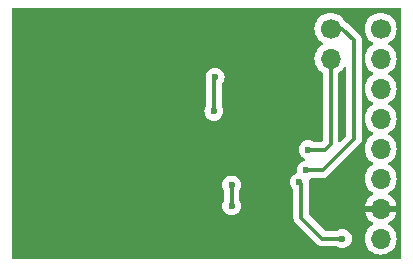
<source format=gbl>
G04 #@! TF.GenerationSoftware,KiCad,Pcbnew,8.0.5*
G04 #@! TF.CreationDate,2024-10-05T11:22:00+02:00*
G04 #@! TF.ProjectId,DRV2605-breakout,44525632-3630-4352-9d62-7265616b6f75,rev?*
G04 #@! TF.SameCoordinates,Original*
G04 #@! TF.FileFunction,Copper,L2,Bot*
G04 #@! TF.FilePolarity,Positive*
%FSLAX46Y46*%
G04 Gerber Fmt 4.6, Leading zero omitted, Abs format (unit mm)*
G04 Created by KiCad (PCBNEW 8.0.5) date 2024-10-05 11:22:00*
%MOMM*%
%LPD*%
G01*
G04 APERTURE LIST*
G04 #@! TA.AperFunction,ComponentPad*
%ADD10C,1.700000*%
G04 #@! TD*
G04 #@! TA.AperFunction,ComponentPad*
%ADD11O,1.700000X1.700000*%
G04 #@! TD*
G04 #@! TA.AperFunction,ViaPad*
%ADD12C,0.600000*%
G04 #@! TD*
G04 #@! TA.AperFunction,Conductor*
%ADD13C,0.300000*%
G04 #@! TD*
G04 APERTURE END LIST*
D10*
X133000000Y-66000000D03*
D11*
X133000000Y-68540000D03*
X133000000Y-71080000D03*
X133000000Y-73620000D03*
X133000000Y-76160000D03*
X133000000Y-78700000D03*
X133000000Y-81240000D03*
X133000000Y-83780000D03*
D10*
X128750000Y-66000000D03*
D11*
X128750000Y-68540000D03*
D12*
X122759140Y-75770733D03*
X129750000Y-73750000D03*
X127250000Y-73750000D03*
X130000000Y-77500000D03*
X130500000Y-79750000D03*
X120375000Y-79250000D03*
X120375000Y-81000000D03*
X129750000Y-83780000D03*
X126125000Y-79000000D03*
X118974659Y-70112607D03*
X118875000Y-73000000D03*
X130750000Y-82000000D03*
X123625000Y-77500000D03*
X126875000Y-76250000D03*
X126705761Y-78000000D03*
D13*
X118974659Y-70112607D02*
X118875000Y-70212266D01*
X118875000Y-70212266D02*
X118875000Y-73000000D01*
X126125000Y-79000000D02*
X126250000Y-79125000D01*
X126250000Y-79125000D02*
X126250000Y-82000000D01*
X126250000Y-82000000D02*
X128030000Y-83780000D01*
X128030000Y-83780000D02*
X129750000Y-83780000D01*
X128250000Y-76250000D02*
X126875000Y-76250000D01*
X128080761Y-78000000D02*
X126705761Y-78000000D01*
X120375000Y-79250000D02*
X120375000Y-81000000D01*
X128250000Y-76250000D02*
X128750000Y-75750000D01*
X128750000Y-75750000D02*
X128750000Y-68540000D01*
X128080761Y-78000000D02*
X130750000Y-75330761D01*
X130750000Y-75330761D02*
X130750000Y-67000000D01*
X130750000Y-67000000D02*
X129750000Y-66000000D01*
X129750000Y-66000000D02*
X128750000Y-66000000D01*
G04 #@! TA.AperFunction,Conductor*
G36*
X130060355Y-69270098D02*
G01*
X130095769Y-69330327D01*
X130099500Y-69360517D01*
X130099500Y-75009953D01*
X130079815Y-75076992D01*
X130063181Y-75097634D01*
X129612181Y-75548634D01*
X129550858Y-75582119D01*
X129481166Y-75577135D01*
X129425233Y-75535263D01*
X129400816Y-75469799D01*
X129400500Y-75460953D01*
X129400500Y-69797722D01*
X129420185Y-69730683D01*
X129453377Y-69696147D01*
X129504429Y-69660399D01*
X129621401Y-69578495D01*
X129788495Y-69411401D01*
X129873925Y-69289393D01*
X129928502Y-69245769D01*
X129998000Y-69238575D01*
X130060355Y-69270098D01*
G37*
G04 #@! TD.AperFunction*
G04 #@! TA.AperFunction,Conductor*
G36*
X134692539Y-64270185D02*
G01*
X134738294Y-64322989D01*
X134749500Y-64374500D01*
X134749500Y-85375500D01*
X134729815Y-85442539D01*
X134677011Y-85488294D01*
X134625500Y-85499500D01*
X101874500Y-85499500D01*
X101807461Y-85479815D01*
X101761706Y-85427011D01*
X101750500Y-85375500D01*
X101750500Y-79249996D01*
X119569435Y-79249996D01*
X119569435Y-79250003D01*
X119589630Y-79429249D01*
X119589631Y-79429254D01*
X119649211Y-79599524D01*
X119705493Y-79689094D01*
X119724500Y-79755067D01*
X119724500Y-80494931D01*
X119705494Y-80560903D01*
X119649211Y-80650477D01*
X119649209Y-80650481D01*
X119589633Y-80820737D01*
X119589630Y-80820750D01*
X119569435Y-80999996D01*
X119569435Y-81000003D01*
X119589630Y-81179249D01*
X119589631Y-81179254D01*
X119649211Y-81349523D01*
X119701659Y-81432993D01*
X119745184Y-81502262D01*
X119872738Y-81629816D01*
X119951319Y-81679192D01*
X119993864Y-81705925D01*
X120025478Y-81725789D01*
X120195745Y-81785368D01*
X120195750Y-81785369D01*
X120374996Y-81805565D01*
X120375000Y-81805565D01*
X120375004Y-81805565D01*
X120554249Y-81785369D01*
X120554252Y-81785368D01*
X120554255Y-81785368D01*
X120724522Y-81725789D01*
X120877262Y-81629816D01*
X121004816Y-81502262D01*
X121100789Y-81349522D01*
X121160368Y-81179255D01*
X121160369Y-81179249D01*
X121180565Y-81000003D01*
X121180565Y-80999996D01*
X121160369Y-80820750D01*
X121160366Y-80820737D01*
X121100790Y-80650481D01*
X121100789Y-80650478D01*
X121045459Y-80562420D01*
X121044506Y-80560903D01*
X121025500Y-80494931D01*
X121025500Y-79755067D01*
X121044507Y-79689094D01*
X121100788Y-79599524D01*
X121100789Y-79599522D01*
X121160368Y-79429255D01*
X121180565Y-79250000D01*
X121178145Y-79228523D01*
X121160369Y-79070750D01*
X121160368Y-79070745D01*
X121135612Y-78999996D01*
X125319435Y-78999996D01*
X125319435Y-79000003D01*
X125339630Y-79179249D01*
X125339631Y-79179254D01*
X125399211Y-79349523D01*
X125495184Y-79502262D01*
X125563181Y-79570259D01*
X125596666Y-79631582D01*
X125599500Y-79657940D01*
X125599500Y-82064069D01*
X125599500Y-82064071D01*
X125599499Y-82064071D01*
X125624497Y-82189738D01*
X125624499Y-82189744D01*
X125673535Y-82308127D01*
X125744723Y-82414669D01*
X125744726Y-82414673D01*
X125744727Y-82414674D01*
X127524724Y-84194669D01*
X127573710Y-84243655D01*
X127615332Y-84285277D01*
X127721866Y-84356461D01*
X127721872Y-84356464D01*
X127721873Y-84356465D01*
X127840256Y-84405501D01*
X127840260Y-84405501D01*
X127840261Y-84405502D01*
X127965928Y-84430500D01*
X127965931Y-84430500D01*
X129244932Y-84430500D01*
X129310904Y-84449506D01*
X129400477Y-84505789D01*
X129400481Y-84505790D01*
X129570737Y-84565366D01*
X129570743Y-84565367D01*
X129570745Y-84565368D01*
X129570746Y-84565368D01*
X129570750Y-84565369D01*
X129749996Y-84585565D01*
X129750000Y-84585565D01*
X129750004Y-84585565D01*
X129929249Y-84565369D01*
X129929252Y-84565368D01*
X129929255Y-84565368D01*
X130099522Y-84505789D01*
X130252262Y-84409816D01*
X130379816Y-84282262D01*
X130475789Y-84129522D01*
X130535368Y-83959255D01*
X130555565Y-83780000D01*
X130535368Y-83600745D01*
X130475789Y-83430478D01*
X130379816Y-83277738D01*
X130252262Y-83150184D01*
X130189096Y-83110494D01*
X130099523Y-83054211D01*
X129929254Y-82994631D01*
X129929249Y-82994630D01*
X129750004Y-82974435D01*
X129749996Y-82974435D01*
X129570750Y-82994630D01*
X129570737Y-82994633D01*
X129400481Y-83054209D01*
X129400477Y-83054210D01*
X129310904Y-83110494D01*
X129244932Y-83129500D01*
X128350807Y-83129500D01*
X128283768Y-83109815D01*
X128263126Y-83093181D01*
X126936819Y-81766873D01*
X126903334Y-81705550D01*
X126900500Y-81679192D01*
X126900500Y-79228523D01*
X126907459Y-79187567D01*
X126910368Y-79179255D01*
X126912126Y-79163655D01*
X126930565Y-79000003D01*
X126930565Y-78999997D01*
X126916643Y-78876440D01*
X126928697Y-78807618D01*
X126976046Y-78756239D01*
X126998906Y-78745515D01*
X127055283Y-78725789D01*
X127144857Y-78669505D01*
X127210829Y-78650500D01*
X128144832Y-78650500D01*
X128229376Y-78633682D01*
X128270505Y-78625501D01*
X128388888Y-78576465D01*
X128398752Y-78569873D01*
X128405344Y-78565470D01*
X128467093Y-78524211D01*
X128495430Y-78505277D01*
X131255277Y-75745430D01*
X131326465Y-75638888D01*
X131375501Y-75520505D01*
X131386615Y-75464632D01*
X131400500Y-75394830D01*
X131400500Y-73672949D01*
X131416718Y-73617714D01*
X131402931Y-73591482D01*
X131400500Y-73567050D01*
X131400500Y-71132949D01*
X131416718Y-71077714D01*
X131402931Y-71051482D01*
X131400500Y-71027050D01*
X131400500Y-68592949D01*
X131416148Y-68539654D01*
X131631678Y-68539654D01*
X131643477Y-68558014D01*
X131648028Y-68582141D01*
X131664936Y-68775403D01*
X131664938Y-68775413D01*
X131726094Y-69003655D01*
X131726096Y-69003659D01*
X131726097Y-69003663D01*
X131825965Y-69217830D01*
X131825967Y-69217834D01*
X131902573Y-69327238D01*
X131961501Y-69411396D01*
X131961506Y-69411402D01*
X132128597Y-69578493D01*
X132128603Y-69578498D01*
X132314158Y-69708425D01*
X132357783Y-69763002D01*
X132364977Y-69832500D01*
X132333454Y-69894855D01*
X132314158Y-69911575D01*
X132128597Y-70041505D01*
X131961505Y-70208597D01*
X131825965Y-70402169D01*
X131825964Y-70402171D01*
X131726098Y-70616335D01*
X131726094Y-70616344D01*
X131664938Y-70844586D01*
X131664936Y-70844596D01*
X131648028Y-71037858D01*
X131631678Y-71079654D01*
X131643477Y-71098014D01*
X131648028Y-71122141D01*
X131664936Y-71315403D01*
X131664938Y-71315413D01*
X131726094Y-71543655D01*
X131726096Y-71543659D01*
X131726097Y-71543663D01*
X131825965Y-71757830D01*
X131825967Y-71757834D01*
X131961501Y-71951395D01*
X131961506Y-71951402D01*
X132128597Y-72118493D01*
X132128603Y-72118498D01*
X132314158Y-72248425D01*
X132357783Y-72303002D01*
X132364977Y-72372500D01*
X132333454Y-72434855D01*
X132314158Y-72451575D01*
X132128597Y-72581505D01*
X131961505Y-72748597D01*
X131825965Y-72942169D01*
X131825964Y-72942171D01*
X131726098Y-73156335D01*
X131726094Y-73156344D01*
X131664938Y-73384586D01*
X131664936Y-73384596D01*
X131648028Y-73577858D01*
X131631678Y-73619654D01*
X131643477Y-73638014D01*
X131648028Y-73662141D01*
X131664936Y-73855403D01*
X131664938Y-73855413D01*
X131726094Y-74083655D01*
X131726096Y-74083659D01*
X131726097Y-74083663D01*
X131825965Y-74297830D01*
X131825967Y-74297834D01*
X131961501Y-74491395D01*
X131961506Y-74491402D01*
X132128597Y-74658493D01*
X132128603Y-74658498D01*
X132314158Y-74788425D01*
X132357783Y-74843002D01*
X132364977Y-74912500D01*
X132333454Y-74974855D01*
X132314158Y-74991575D01*
X132128597Y-75121505D01*
X131961505Y-75288597D01*
X131825965Y-75482169D01*
X131825964Y-75482171D01*
X131726098Y-75696335D01*
X131726094Y-75696344D01*
X131664938Y-75924586D01*
X131664936Y-75924596D01*
X131644341Y-76159999D01*
X131644341Y-76160000D01*
X131664936Y-76395403D01*
X131664938Y-76395413D01*
X131726094Y-76623655D01*
X131726096Y-76623659D01*
X131726097Y-76623663D01*
X131786064Y-76752262D01*
X131825965Y-76837830D01*
X131825967Y-76837834D01*
X131961501Y-77031395D01*
X131961506Y-77031402D01*
X132128597Y-77198493D01*
X132128603Y-77198498D01*
X132314158Y-77328425D01*
X132357783Y-77383002D01*
X132364977Y-77452500D01*
X132333454Y-77514855D01*
X132314158Y-77531575D01*
X132128597Y-77661505D01*
X131961505Y-77828597D01*
X131825965Y-78022169D01*
X131825964Y-78022171D01*
X131726098Y-78236335D01*
X131726094Y-78236344D01*
X131664938Y-78464586D01*
X131664936Y-78464596D01*
X131644341Y-78699999D01*
X131644341Y-78700000D01*
X131664936Y-78935403D01*
X131664938Y-78935413D01*
X131726094Y-79163655D01*
X131726096Y-79163659D01*
X131726097Y-79163663D01*
X131733368Y-79179255D01*
X131825965Y-79377830D01*
X131825967Y-79377834D01*
X131861973Y-79429255D01*
X131960705Y-79570259D01*
X131961501Y-79571395D01*
X131961506Y-79571402D01*
X132128597Y-79738493D01*
X132128603Y-79738498D01*
X132314594Y-79868730D01*
X132358219Y-79923307D01*
X132365413Y-79992805D01*
X132333890Y-80055160D01*
X132314595Y-80071880D01*
X132128922Y-80201890D01*
X132128920Y-80201891D01*
X131961891Y-80368920D01*
X131961886Y-80368926D01*
X131826400Y-80562420D01*
X131826399Y-80562422D01*
X131726570Y-80776507D01*
X131726567Y-80776513D01*
X131669364Y-80989999D01*
X131669364Y-80990000D01*
X132566988Y-80990000D01*
X132534075Y-81047007D01*
X132500000Y-81174174D01*
X132500000Y-81305826D01*
X132534075Y-81432993D01*
X132566988Y-81490000D01*
X131669364Y-81490000D01*
X131726567Y-81703486D01*
X131726570Y-81703492D01*
X131826399Y-81917578D01*
X131961894Y-82111082D01*
X132128917Y-82278105D01*
X132314595Y-82408119D01*
X132358219Y-82462696D01*
X132365412Y-82532195D01*
X132333890Y-82594549D01*
X132314595Y-82611269D01*
X132128594Y-82741508D01*
X131961505Y-82908597D01*
X131825965Y-83102169D01*
X131825964Y-83102171D01*
X131726098Y-83316335D01*
X131726094Y-83316344D01*
X131664938Y-83544586D01*
X131664936Y-83544596D01*
X131644341Y-83779999D01*
X131644341Y-83780000D01*
X131664936Y-84015403D01*
X131664938Y-84015413D01*
X131726094Y-84243655D01*
X131726096Y-84243659D01*
X131726097Y-84243663D01*
X131744096Y-84282262D01*
X131825965Y-84457830D01*
X131825967Y-84457834D01*
X131915406Y-84585565D01*
X131961505Y-84651401D01*
X132128599Y-84818495D01*
X132225384Y-84886265D01*
X132322165Y-84954032D01*
X132322167Y-84954033D01*
X132322170Y-84954035D01*
X132536337Y-85053903D01*
X132764592Y-85115063D01*
X132952918Y-85131539D01*
X132999999Y-85135659D01*
X133000000Y-85135659D01*
X133000001Y-85135659D01*
X133039234Y-85132226D01*
X133235408Y-85115063D01*
X133463663Y-85053903D01*
X133677830Y-84954035D01*
X133871401Y-84818495D01*
X134038495Y-84651401D01*
X134174035Y-84457830D01*
X134273903Y-84243663D01*
X134335063Y-84015408D01*
X134355659Y-83780000D01*
X134335063Y-83544592D01*
X134273903Y-83316337D01*
X134174035Y-83102171D01*
X134167741Y-83093181D01*
X134038494Y-82908597D01*
X133871402Y-82741506D01*
X133871401Y-82741505D01*
X133685405Y-82611269D01*
X133641781Y-82556692D01*
X133634588Y-82487193D01*
X133666110Y-82424839D01*
X133685405Y-82408119D01*
X133871082Y-82278105D01*
X134038105Y-82111082D01*
X134173600Y-81917578D01*
X134273429Y-81703492D01*
X134273432Y-81703486D01*
X134330636Y-81490000D01*
X133433012Y-81490000D01*
X133465925Y-81432993D01*
X133500000Y-81305826D01*
X133500000Y-81174174D01*
X133465925Y-81047007D01*
X133433012Y-80990000D01*
X134330636Y-80990000D01*
X134330635Y-80989999D01*
X134273432Y-80776513D01*
X134273429Y-80776507D01*
X134173600Y-80562422D01*
X134173599Y-80562420D01*
X134038113Y-80368926D01*
X134038108Y-80368920D01*
X133871078Y-80201890D01*
X133685405Y-80071879D01*
X133641780Y-80017302D01*
X133634588Y-79947804D01*
X133666110Y-79885449D01*
X133685406Y-79868730D01*
X133871401Y-79738495D01*
X134038495Y-79571401D01*
X134174035Y-79377830D01*
X134273903Y-79163663D01*
X134335063Y-78935408D01*
X134355659Y-78700000D01*
X134335063Y-78464592D01*
X134273903Y-78236337D01*
X134174035Y-78022171D01*
X134038495Y-77828599D01*
X134038494Y-77828597D01*
X133871402Y-77661506D01*
X133871396Y-77661501D01*
X133685842Y-77531575D01*
X133642217Y-77476998D01*
X133635023Y-77407500D01*
X133666546Y-77345145D01*
X133685842Y-77328425D01*
X133766926Y-77271649D01*
X133871401Y-77198495D01*
X134038495Y-77031401D01*
X134174035Y-76837830D01*
X134273903Y-76623663D01*
X134335063Y-76395408D01*
X134355659Y-76160000D01*
X134335063Y-75924592D01*
X134273903Y-75696337D01*
X134174035Y-75482171D01*
X134161755Y-75464632D01*
X134038494Y-75288597D01*
X133871402Y-75121506D01*
X133871396Y-75121501D01*
X133685842Y-74991575D01*
X133642217Y-74936998D01*
X133635023Y-74867500D01*
X133666546Y-74805145D01*
X133685842Y-74788425D01*
X133708026Y-74772891D01*
X133871401Y-74658495D01*
X134038495Y-74491401D01*
X134174035Y-74297830D01*
X134273903Y-74083663D01*
X134335063Y-73855408D01*
X134355659Y-73620000D01*
X134335063Y-73384592D01*
X134273903Y-73156337D01*
X134174035Y-72942171D01*
X134089016Y-72820750D01*
X134038494Y-72748597D01*
X133871402Y-72581506D01*
X133871396Y-72581501D01*
X133685842Y-72451575D01*
X133642217Y-72396998D01*
X133635023Y-72327500D01*
X133666546Y-72265145D01*
X133685842Y-72248425D01*
X133708026Y-72232891D01*
X133871401Y-72118495D01*
X134038495Y-71951401D01*
X134174035Y-71757830D01*
X134273903Y-71543663D01*
X134335063Y-71315408D01*
X134355659Y-71080000D01*
X134335063Y-70844592D01*
X134273903Y-70616337D01*
X134174035Y-70402171D01*
X134167252Y-70392483D01*
X134038494Y-70208597D01*
X133871402Y-70041506D01*
X133871396Y-70041501D01*
X133685842Y-69911575D01*
X133642217Y-69856998D01*
X133635023Y-69787500D01*
X133666546Y-69725145D01*
X133685842Y-69708425D01*
X133708026Y-69692891D01*
X133871401Y-69578495D01*
X134038495Y-69411401D01*
X134174035Y-69217830D01*
X134273903Y-69003663D01*
X134335063Y-68775408D01*
X134355659Y-68540000D01*
X134335063Y-68304592D01*
X134273903Y-68076337D01*
X134174035Y-67862171D01*
X134160066Y-67842220D01*
X134038494Y-67668597D01*
X133871402Y-67501506D01*
X133871396Y-67501501D01*
X133685842Y-67371575D01*
X133642217Y-67316998D01*
X133635023Y-67247500D01*
X133666546Y-67185145D01*
X133685842Y-67168425D01*
X133708026Y-67152891D01*
X133871401Y-67038495D01*
X134038495Y-66871401D01*
X134174035Y-66677830D01*
X134273903Y-66463663D01*
X134335063Y-66235408D01*
X134355659Y-66000000D01*
X134335063Y-65764592D01*
X134273903Y-65536337D01*
X134174035Y-65322171D01*
X134038495Y-65128599D01*
X134038494Y-65128597D01*
X133871402Y-64961506D01*
X133871395Y-64961501D01*
X133677834Y-64825967D01*
X133677830Y-64825965D01*
X133677828Y-64825964D01*
X133463663Y-64726097D01*
X133463659Y-64726096D01*
X133463655Y-64726094D01*
X133235413Y-64664938D01*
X133235403Y-64664936D01*
X133000001Y-64644341D01*
X132999999Y-64644341D01*
X132764596Y-64664936D01*
X132764586Y-64664938D01*
X132536344Y-64726094D01*
X132536335Y-64726098D01*
X132322171Y-64825964D01*
X132322169Y-64825965D01*
X132128597Y-64961505D01*
X131961505Y-65128597D01*
X131825965Y-65322169D01*
X131825964Y-65322171D01*
X131726098Y-65536335D01*
X131726094Y-65536344D01*
X131664938Y-65764586D01*
X131664936Y-65764596D01*
X131644341Y-65999999D01*
X131644341Y-66000000D01*
X131664936Y-66235403D01*
X131664938Y-66235413D01*
X131726094Y-66463655D01*
X131726096Y-66463659D01*
X131726097Y-66463663D01*
X131825965Y-66677830D01*
X131825967Y-66677834D01*
X131961501Y-66871395D01*
X131961506Y-66871402D01*
X132128597Y-67038493D01*
X132128603Y-67038498D01*
X132314158Y-67168425D01*
X132357783Y-67223002D01*
X132364977Y-67292500D01*
X132333454Y-67354855D01*
X132314158Y-67371575D01*
X132128597Y-67501505D01*
X131961505Y-67668597D01*
X131825965Y-67862169D01*
X131825964Y-67862171D01*
X131726098Y-68076335D01*
X131726094Y-68076344D01*
X131664938Y-68304586D01*
X131664936Y-68304596D01*
X131648028Y-68497858D01*
X131631678Y-68539654D01*
X131416148Y-68539654D01*
X131416718Y-68537714D01*
X131402931Y-68511482D01*
X131400500Y-68487050D01*
X131400500Y-66935928D01*
X131375502Y-66810260D01*
X131375500Y-66810254D01*
X131355189Y-66761221D01*
X131355187Y-66761216D01*
X131326468Y-66691878D01*
X131326462Y-66691868D01*
X131255278Y-66585332D01*
X131255272Y-66585325D01*
X130164673Y-65494726D01*
X130058124Y-65423533D01*
X129995067Y-65397414D01*
X129940663Y-65353572D01*
X129930137Y-65335256D01*
X129924037Y-65322175D01*
X129924036Y-65322174D01*
X129924035Y-65322171D01*
X129788495Y-65128599D01*
X129788494Y-65128597D01*
X129621402Y-64961506D01*
X129621395Y-64961501D01*
X129427834Y-64825967D01*
X129427830Y-64825965D01*
X129427828Y-64825964D01*
X129213663Y-64726097D01*
X129213659Y-64726096D01*
X129213655Y-64726094D01*
X128985413Y-64664938D01*
X128985403Y-64664936D01*
X128750001Y-64644341D01*
X128749999Y-64644341D01*
X128514596Y-64664936D01*
X128514586Y-64664938D01*
X128286344Y-64726094D01*
X128286335Y-64726098D01*
X128072171Y-64825964D01*
X128072169Y-64825965D01*
X127878597Y-64961505D01*
X127711505Y-65128597D01*
X127575965Y-65322169D01*
X127575964Y-65322171D01*
X127476098Y-65536335D01*
X127476094Y-65536344D01*
X127414938Y-65764586D01*
X127414936Y-65764596D01*
X127394341Y-65999999D01*
X127394341Y-66000000D01*
X127414936Y-66235403D01*
X127414938Y-66235413D01*
X127476094Y-66463655D01*
X127476096Y-66463659D01*
X127476097Y-66463663D01*
X127575965Y-66677830D01*
X127575967Y-66677834D01*
X127711501Y-66871395D01*
X127711506Y-66871402D01*
X127878597Y-67038493D01*
X127878603Y-67038498D01*
X128064158Y-67168425D01*
X128107783Y-67223002D01*
X128114977Y-67292500D01*
X128083454Y-67354855D01*
X128064158Y-67371575D01*
X127878597Y-67501505D01*
X127711505Y-67668597D01*
X127575965Y-67862169D01*
X127575964Y-67862171D01*
X127476098Y-68076335D01*
X127476094Y-68076344D01*
X127414938Y-68304586D01*
X127414936Y-68304596D01*
X127394341Y-68539999D01*
X127394341Y-68540000D01*
X127414936Y-68775403D01*
X127414938Y-68775413D01*
X127476094Y-69003655D01*
X127476096Y-69003659D01*
X127476097Y-69003663D01*
X127575965Y-69217830D01*
X127575967Y-69217834D01*
X127652573Y-69327238D01*
X127711501Y-69411396D01*
X127711506Y-69411402D01*
X127878597Y-69578493D01*
X127878603Y-69578498D01*
X128046623Y-69696147D01*
X128090248Y-69750724D01*
X128099500Y-69797722D01*
X128099500Y-75429192D01*
X128079815Y-75496231D01*
X128063181Y-75516873D01*
X128016873Y-75563181D01*
X127955550Y-75596666D01*
X127929192Y-75599500D01*
X127380068Y-75599500D01*
X127314096Y-75580494D01*
X127224522Y-75524210D01*
X127224518Y-75524209D01*
X127054262Y-75464633D01*
X127054249Y-75464630D01*
X126875004Y-75444435D01*
X126874996Y-75444435D01*
X126695750Y-75464630D01*
X126695745Y-75464631D01*
X126525476Y-75524211D01*
X126372737Y-75620184D01*
X126245184Y-75747737D01*
X126149211Y-75900476D01*
X126089631Y-76070745D01*
X126089630Y-76070750D01*
X126069435Y-76249996D01*
X126069435Y-76250003D01*
X126089630Y-76429249D01*
X126089631Y-76429254D01*
X126149211Y-76599523D01*
X126164380Y-76623664D01*
X126245184Y-76752262D01*
X126372738Y-76879816D01*
X126525478Y-76975789D01*
X126528799Y-76976951D01*
X126532790Y-76978348D01*
X126589566Y-77019068D01*
X126615315Y-77084021D01*
X126601860Y-77152583D01*
X126553473Y-77202986D01*
X126532792Y-77212431D01*
X126356241Y-77274209D01*
X126203498Y-77370184D01*
X126075945Y-77497737D01*
X125979972Y-77650476D01*
X125920392Y-77820745D01*
X125920391Y-77820750D01*
X125900196Y-77999996D01*
X125900196Y-78000003D01*
X125914117Y-78123560D01*
X125902062Y-78192382D01*
X125854713Y-78243761D01*
X125831851Y-78254485D01*
X125775478Y-78274210D01*
X125622737Y-78370184D01*
X125495184Y-78497737D01*
X125399211Y-78650476D01*
X125339631Y-78820745D01*
X125339630Y-78820750D01*
X125319435Y-78999996D01*
X121135612Y-78999996D01*
X121113013Y-78935413D01*
X121100789Y-78900478D01*
X121004816Y-78747738D01*
X120877262Y-78620184D01*
X120807684Y-78576465D01*
X120724523Y-78524211D01*
X120554254Y-78464631D01*
X120554249Y-78464630D01*
X120375004Y-78444435D01*
X120374996Y-78444435D01*
X120195750Y-78464630D01*
X120195745Y-78464631D01*
X120025476Y-78524211D01*
X119872737Y-78620184D01*
X119745184Y-78747737D01*
X119649211Y-78900476D01*
X119589631Y-79070745D01*
X119589630Y-79070750D01*
X119569435Y-79249996D01*
X101750500Y-79249996D01*
X101750500Y-72999996D01*
X118069435Y-72999996D01*
X118069435Y-73000003D01*
X118089630Y-73179249D01*
X118089631Y-73179254D01*
X118149211Y-73349523D01*
X118171249Y-73384596D01*
X118245184Y-73502262D01*
X118372738Y-73629816D01*
X118525478Y-73725789D01*
X118695745Y-73785368D01*
X118695750Y-73785369D01*
X118874996Y-73805565D01*
X118875000Y-73805565D01*
X118875004Y-73805565D01*
X119054249Y-73785369D01*
X119054252Y-73785368D01*
X119054255Y-73785368D01*
X119224522Y-73725789D01*
X119377262Y-73629816D01*
X119504816Y-73502262D01*
X119600789Y-73349522D01*
X119660368Y-73179255D01*
X119660369Y-73179249D01*
X119680565Y-73000003D01*
X119680565Y-72999996D01*
X119660369Y-72820750D01*
X119660366Y-72820737D01*
X119600790Y-72650481D01*
X119600789Y-72650478D01*
X119557451Y-72581506D01*
X119544506Y-72560903D01*
X119525500Y-72494931D01*
X119525500Y-70745206D01*
X119545185Y-70678167D01*
X119561819Y-70657525D01*
X119604475Y-70614869D01*
X119700448Y-70462129D01*
X119760027Y-70291862D01*
X119760028Y-70291853D01*
X119780224Y-70112610D01*
X119780224Y-70112603D01*
X119760028Y-69933357D01*
X119760027Y-69933352D01*
X119746556Y-69894855D01*
X119700448Y-69763085D01*
X119680088Y-69730683D01*
X119604474Y-69610344D01*
X119476921Y-69482791D01*
X119324182Y-69386818D01*
X119153913Y-69327238D01*
X119153908Y-69327237D01*
X118974663Y-69307042D01*
X118974655Y-69307042D01*
X118795409Y-69327237D01*
X118795404Y-69327238D01*
X118625135Y-69386818D01*
X118472396Y-69482791D01*
X118344843Y-69610344D01*
X118248870Y-69763083D01*
X118189290Y-69933352D01*
X118189289Y-69933357D01*
X118169094Y-70112603D01*
X118169094Y-70112610D01*
X118189289Y-70291853D01*
X118189291Y-70291863D01*
X118217541Y-70372595D01*
X118224500Y-70413550D01*
X118224500Y-72494931D01*
X118205494Y-72560903D01*
X118149211Y-72650477D01*
X118149209Y-72650481D01*
X118089633Y-72820737D01*
X118089630Y-72820750D01*
X118069435Y-72999996D01*
X101750500Y-72999996D01*
X101750500Y-64374500D01*
X101770185Y-64307461D01*
X101822989Y-64261706D01*
X101874500Y-64250500D01*
X134625500Y-64250500D01*
X134692539Y-64270185D01*
G37*
G04 #@! TD.AperFunction*
M02*

</source>
